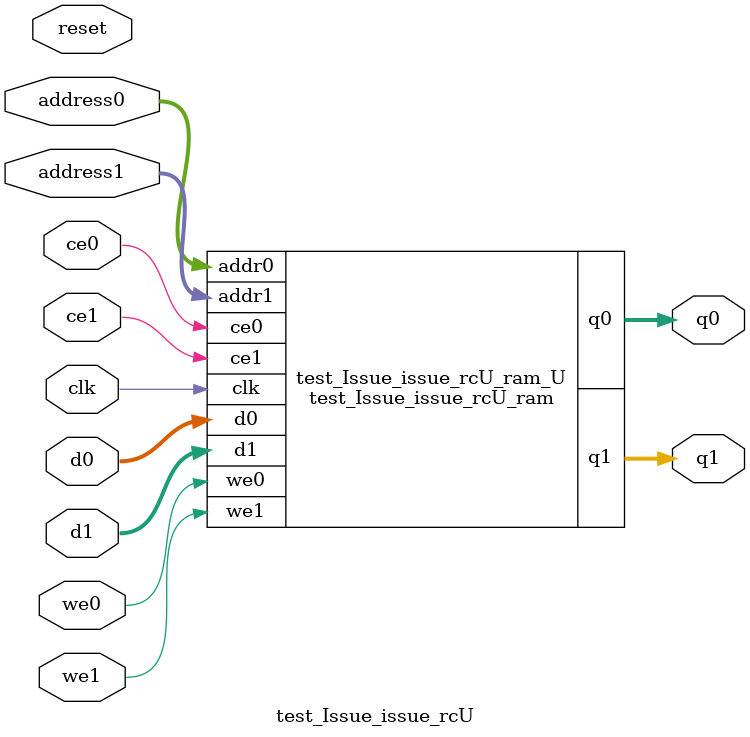
<source format=v>

`timescale 1 ns / 1 ps
module test_Issue_issue_rcU_ram (addr0, ce0, d0, we0, q0, addr1, ce1, d1, we1, q1,  clk);

parameter DWIDTH = 8;
parameter AWIDTH = 2;
parameter MEM_SIZE = 4;

input[AWIDTH-1:0] addr0;
input ce0;
input[DWIDTH-1:0] d0;
input we0;
output reg[DWIDTH-1:0] q0;
input[AWIDTH-1:0] addr1;
input ce1;
input[DWIDTH-1:0] d1;
input we1;
output reg[DWIDTH-1:0] q1;
input clk;

(* ram_style = "block" *)reg [DWIDTH-1:0] ram[0:MEM_SIZE-1];




always @(posedge clk)  
begin 
    if (ce0) 
    begin
        if (we0) 
        begin 
            ram[addr0] <= d0; 
            q0 <= d0;
        end 
        else 
            q0 <= ram[addr0];
    end
end


always @(posedge clk)  
begin 
    if (ce1) 
    begin
        if (we1) 
        begin 
            ram[addr1] <= d1; 
            q1 <= d1;
        end 
        else 
            q1 <= ram[addr1];
    end
end


endmodule


`timescale 1 ns / 1 ps
module test_Issue_issue_rcU(
    reset,
    clk,
    address0,
    ce0,
    we0,
    d0,
    q0,
    address1,
    ce1,
    we1,
    d1,
    q1);

parameter DataWidth = 32'd8;
parameter AddressRange = 32'd4;
parameter AddressWidth = 32'd2;
input reset;
input clk;
input[AddressWidth - 1:0] address0;
input ce0;
input we0;
input[DataWidth - 1:0] d0;
output[DataWidth - 1:0] q0;
input[AddressWidth - 1:0] address1;
input ce1;
input we1;
input[DataWidth - 1:0] d1;
output[DataWidth - 1:0] q1;



test_Issue_issue_rcU_ram test_Issue_issue_rcU_ram_U(
    .clk( clk ),
    .addr0( address0 ),
    .ce0( ce0 ),
    .we0( we0 ),
    .d0( d0 ),
    .q0( q0 ),
    .addr1( address1 ),
    .ce1( ce1 ),
    .we1( we1 ),
    .d1( d1 ),
    .q1( q1 ));

endmodule


</source>
